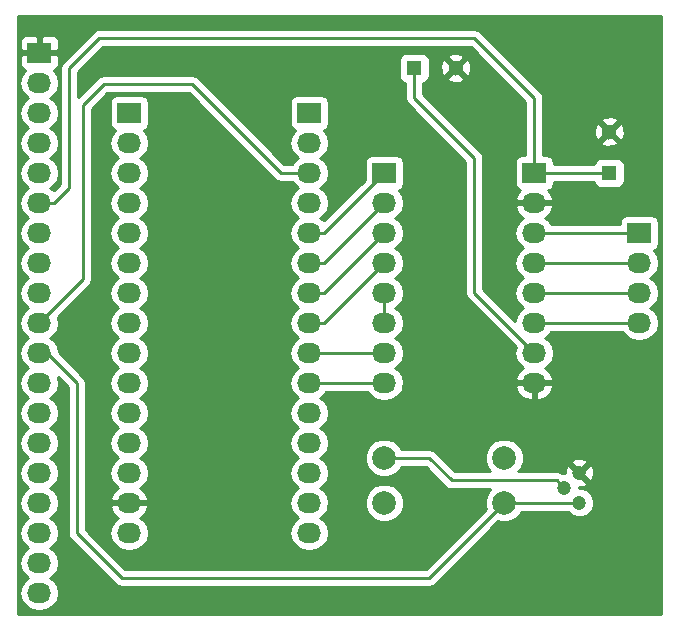
<source format=gtl>
G04 #@! TF.FileFunction,Copper,L1,Top,Signal*
%FSLAX46Y46*%
G04 Gerber Fmt 4.6, Leading zero omitted, Abs format (unit mm)*
G04 Created by KiCad (PCBNEW 4.0.4+e1-6308~48~ubuntu16.04.1-stable) date Tue Oct 25 18:35:52 2016*
%MOMM*%
%LPD*%
G01*
G04 APERTURE LIST*
%ADD10C,0.100000*%
%ADD11R,2.032000X1.727200*%
%ADD12O,2.032000X1.727200*%
%ADD13C,1.300000*%
%ADD14R,1.300000X1.300000*%
%ADD15C,1.200000*%
%ADD16C,1.998980*%
%ADD17C,0.250000*%
%ADD18C,0.254000*%
G04 APERTURE END LIST*
D10*
D11*
X58420000Y-60960000D03*
D12*
X58420000Y-63500000D03*
X58420000Y-66040000D03*
X58420000Y-68580000D03*
X58420000Y-71120000D03*
X58420000Y-73660000D03*
X58420000Y-76200000D03*
X58420000Y-78740000D03*
X58420000Y-81280000D03*
X58420000Y-83820000D03*
X58420000Y-86360000D03*
X58420000Y-88900000D03*
X58420000Y-91440000D03*
X58420000Y-93980000D03*
X58420000Y-96520000D03*
D11*
X73660000Y-60960000D03*
D12*
X73660000Y-63500000D03*
X73660000Y-66040000D03*
X73660000Y-68580000D03*
X73660000Y-71120000D03*
X73660000Y-73660000D03*
X73660000Y-76200000D03*
X73660000Y-78740000D03*
X73660000Y-81280000D03*
X73660000Y-83820000D03*
X73660000Y-86360000D03*
X73660000Y-88900000D03*
X73660000Y-91440000D03*
X73660000Y-93980000D03*
X73660000Y-96520000D03*
D11*
X80010000Y-66040000D03*
D12*
X80010000Y-68580000D03*
X80010000Y-71120000D03*
X80010000Y-73660000D03*
X80010000Y-76200000D03*
X80010000Y-78740000D03*
X80010000Y-81280000D03*
X80010000Y-83820000D03*
D11*
X92710000Y-66040000D03*
D12*
X92710000Y-68580000D03*
X92710000Y-71120000D03*
X92710000Y-73660000D03*
X92710000Y-76200000D03*
X92710000Y-78740000D03*
X92710000Y-81280000D03*
X92710000Y-83820000D03*
D11*
X101600000Y-71120000D03*
D12*
X101600000Y-73660000D03*
X101600000Y-76200000D03*
X101600000Y-78740000D03*
D13*
X86050000Y-57150000D03*
D14*
X82550000Y-57150000D03*
D15*
X96520000Y-91440000D03*
X95250000Y-92710000D03*
X96520000Y-93980000D03*
D16*
X80010000Y-93980000D03*
X90170000Y-93980000D03*
X80010000Y-90170000D03*
X90170000Y-90170000D03*
D13*
X99060000Y-62540000D03*
D14*
X99060000Y-66040000D03*
D11*
X50800000Y-55880000D03*
D12*
X50800000Y-58420000D03*
X50800000Y-60960000D03*
X50800000Y-63500000D03*
X50800000Y-66040000D03*
X50800000Y-68580000D03*
X50800000Y-71120000D03*
X50800000Y-73660000D03*
X50800000Y-76200000D03*
X50800000Y-78740000D03*
X50800000Y-81280000D03*
X50800000Y-83820000D03*
X50800000Y-86360000D03*
X50800000Y-88900000D03*
X50800000Y-91440000D03*
X50800000Y-93980000D03*
X50800000Y-96520000D03*
X50800000Y-99060000D03*
X50800000Y-101600000D03*
D17*
X50800000Y-68580000D02*
X52070000Y-68580000D01*
X92710000Y-59690000D02*
X92710000Y-66040000D01*
X87630000Y-54610000D02*
X92710000Y-59690000D01*
X55880000Y-54610000D02*
X87630000Y-54610000D01*
X53340000Y-57150000D02*
X55880000Y-54610000D01*
X53340000Y-67310000D02*
X53340000Y-57150000D01*
X52070000Y-68580000D02*
X53340000Y-67310000D01*
X92710000Y-66040000D02*
X99060000Y-66040000D01*
X50800000Y-81280000D02*
X51435000Y-81280000D01*
X51435000Y-81280000D02*
X53975000Y-83820000D01*
X53975000Y-83820000D02*
X53975000Y-96520000D01*
X53975000Y-96520000D02*
X57785000Y-100330000D01*
X57785000Y-100330000D02*
X83820000Y-100330000D01*
X83820000Y-100330000D02*
X90170000Y-93980000D01*
X90170000Y-93980000D02*
X96520000Y-93980000D01*
X73660000Y-71120000D02*
X74930000Y-71120000D01*
X74930000Y-71120000D02*
X80010000Y-66040000D01*
X73660000Y-73660000D02*
X74930000Y-73660000D01*
X74930000Y-73660000D02*
X80010000Y-68580000D01*
X73660000Y-78740000D02*
X74930000Y-78740000D01*
X74930000Y-78740000D02*
X80010000Y-73660000D01*
X80010000Y-76200000D02*
X80010000Y-78740000D01*
X92710000Y-71120000D02*
X101600000Y-71120000D01*
X92710000Y-73660000D02*
X101600000Y-73660000D01*
X92710000Y-76200000D02*
X101600000Y-76200000D01*
X92710000Y-78740000D02*
X101600000Y-78740000D01*
X82550000Y-57150000D02*
X82550000Y-59690000D01*
X87630000Y-76200000D02*
X92710000Y-81280000D01*
X87630000Y-64770000D02*
X87630000Y-76200000D01*
X82550000Y-59690000D02*
X87630000Y-64770000D01*
X73660000Y-76200000D02*
X74930000Y-76200000D01*
X74930000Y-76200000D02*
X80010000Y-71120000D01*
X80010000Y-90170000D02*
X83820000Y-90170000D01*
X94615000Y-92075000D02*
X95250000Y-92710000D01*
X85725000Y-92075000D02*
X94615000Y-92075000D01*
X83820000Y-90170000D02*
X85725000Y-92075000D01*
X73660000Y-66040000D02*
X71247000Y-66040000D01*
X54483000Y-75057000D02*
X50800000Y-78740000D01*
X54483000Y-60325000D02*
X54483000Y-75057000D01*
X56261000Y-58547000D02*
X54483000Y-60325000D01*
X63754000Y-58547000D02*
X56261000Y-58547000D01*
X71247000Y-66040000D02*
X63754000Y-58547000D01*
X73660000Y-81280000D02*
X80010000Y-81280000D01*
X73660000Y-83820000D02*
X80010000Y-83820000D01*
D18*
G36*
X103430000Y-103430000D02*
X48970000Y-103430000D01*
X48970000Y-58420000D01*
X49116655Y-58420000D01*
X49230729Y-58993489D01*
X49555585Y-59479670D01*
X49870366Y-59690000D01*
X49555585Y-59900330D01*
X49230729Y-60386511D01*
X49116655Y-60960000D01*
X49230729Y-61533489D01*
X49555585Y-62019670D01*
X49870366Y-62230000D01*
X49555585Y-62440330D01*
X49230729Y-62926511D01*
X49116655Y-63500000D01*
X49230729Y-64073489D01*
X49555585Y-64559670D01*
X49870366Y-64770000D01*
X49555585Y-64980330D01*
X49230729Y-65466511D01*
X49116655Y-66040000D01*
X49230729Y-66613489D01*
X49555585Y-67099670D01*
X49870366Y-67310000D01*
X49555585Y-67520330D01*
X49230729Y-68006511D01*
X49116655Y-68580000D01*
X49230729Y-69153489D01*
X49555585Y-69639670D01*
X49870366Y-69850000D01*
X49555585Y-70060330D01*
X49230729Y-70546511D01*
X49116655Y-71120000D01*
X49230729Y-71693489D01*
X49555585Y-72179670D01*
X49870366Y-72390000D01*
X49555585Y-72600330D01*
X49230729Y-73086511D01*
X49116655Y-73660000D01*
X49230729Y-74233489D01*
X49555585Y-74719670D01*
X49870366Y-74930000D01*
X49555585Y-75140330D01*
X49230729Y-75626511D01*
X49116655Y-76200000D01*
X49230729Y-76773489D01*
X49555585Y-77259670D01*
X49870366Y-77470000D01*
X49555585Y-77680330D01*
X49230729Y-78166511D01*
X49116655Y-78740000D01*
X49230729Y-79313489D01*
X49555585Y-79799670D01*
X49870366Y-80010000D01*
X49555585Y-80220330D01*
X49230729Y-80706511D01*
X49116655Y-81280000D01*
X49230729Y-81853489D01*
X49555585Y-82339670D01*
X49870366Y-82550000D01*
X49555585Y-82760330D01*
X49230729Y-83246511D01*
X49116655Y-83820000D01*
X49230729Y-84393489D01*
X49555585Y-84879670D01*
X49870366Y-85090000D01*
X49555585Y-85300330D01*
X49230729Y-85786511D01*
X49116655Y-86360000D01*
X49230729Y-86933489D01*
X49555585Y-87419670D01*
X49870366Y-87630000D01*
X49555585Y-87840330D01*
X49230729Y-88326511D01*
X49116655Y-88900000D01*
X49230729Y-89473489D01*
X49555585Y-89959670D01*
X49870366Y-90170000D01*
X49555585Y-90380330D01*
X49230729Y-90866511D01*
X49116655Y-91440000D01*
X49230729Y-92013489D01*
X49555585Y-92499670D01*
X49870366Y-92710000D01*
X49555585Y-92920330D01*
X49230729Y-93406511D01*
X49116655Y-93980000D01*
X49230729Y-94553489D01*
X49555585Y-95039670D01*
X49870366Y-95250000D01*
X49555585Y-95460330D01*
X49230729Y-95946511D01*
X49116655Y-96520000D01*
X49230729Y-97093489D01*
X49555585Y-97579670D01*
X49870366Y-97790000D01*
X49555585Y-98000330D01*
X49230729Y-98486511D01*
X49116655Y-99060000D01*
X49230729Y-99633489D01*
X49555585Y-100119670D01*
X49870366Y-100330000D01*
X49555585Y-100540330D01*
X49230729Y-101026511D01*
X49116655Y-101600000D01*
X49230729Y-102173489D01*
X49555585Y-102659670D01*
X50041766Y-102984526D01*
X50615255Y-103098600D01*
X50984745Y-103098600D01*
X51558234Y-102984526D01*
X52044415Y-102659670D01*
X52369271Y-102173489D01*
X52483345Y-101600000D01*
X52369271Y-101026511D01*
X52044415Y-100540330D01*
X51729634Y-100330000D01*
X52044415Y-100119670D01*
X52369271Y-99633489D01*
X52483345Y-99060000D01*
X52369271Y-98486511D01*
X52044415Y-98000330D01*
X51729634Y-97790000D01*
X52044415Y-97579670D01*
X52369271Y-97093489D01*
X52483345Y-96520000D01*
X52369271Y-95946511D01*
X52044415Y-95460330D01*
X51729634Y-95250000D01*
X52044415Y-95039670D01*
X52369271Y-94553489D01*
X52483345Y-93980000D01*
X52369271Y-93406511D01*
X52044415Y-92920330D01*
X51729634Y-92710000D01*
X52044415Y-92499670D01*
X52369271Y-92013489D01*
X52483345Y-91440000D01*
X52369271Y-90866511D01*
X52044415Y-90380330D01*
X51729634Y-90170000D01*
X52044415Y-89959670D01*
X52369271Y-89473489D01*
X52483345Y-88900000D01*
X52369271Y-88326511D01*
X52044415Y-87840330D01*
X51729634Y-87630000D01*
X52044415Y-87419670D01*
X52369271Y-86933489D01*
X52483345Y-86360000D01*
X52369271Y-85786511D01*
X52044415Y-85300330D01*
X51729634Y-85090000D01*
X52044415Y-84879670D01*
X52369271Y-84393489D01*
X52483345Y-83820000D01*
X52379839Y-83299641D01*
X53215000Y-84134802D01*
X53215000Y-96520000D01*
X53272852Y-96810839D01*
X53437599Y-97057401D01*
X57247599Y-100867401D01*
X57494161Y-101032148D01*
X57785000Y-101090000D01*
X83820000Y-101090000D01*
X84110839Y-101032148D01*
X84357401Y-100867401D01*
X89678917Y-95545885D01*
X89843453Y-95614206D01*
X90493694Y-95614774D01*
X91094655Y-95366462D01*
X91554846Y-94907073D01*
X91624221Y-94740000D01*
X95533644Y-94740000D01*
X95819515Y-95026371D01*
X96273266Y-95214785D01*
X96764579Y-95215214D01*
X97218657Y-95027592D01*
X97566371Y-94680485D01*
X97754785Y-94226734D01*
X97755214Y-93735421D01*
X97567592Y-93281343D01*
X97220485Y-92933629D01*
X96766734Y-92745215D01*
X96484970Y-92744969D01*
X96485027Y-92679521D01*
X96841413Y-92657482D01*
X97153617Y-92528164D01*
X97203130Y-92302735D01*
X96520000Y-91619605D01*
X96505858Y-91633748D01*
X96326253Y-91454143D01*
X96340395Y-91440000D01*
X96699605Y-91440000D01*
X97382735Y-92123130D01*
X97608164Y-92073617D01*
X97767807Y-91608964D01*
X97737482Y-91118587D01*
X97608164Y-90806383D01*
X97382735Y-90756870D01*
X96699605Y-91440000D01*
X96340395Y-91440000D01*
X95657265Y-90756870D01*
X95431836Y-90806383D01*
X95272193Y-91271036D01*
X95284808Y-91475030D01*
X95058464Y-91474832D01*
X94905839Y-91372852D01*
X94615000Y-91315000D01*
X91336539Y-91315000D01*
X91554846Y-91097073D01*
X91770688Y-90577265D01*
X95836870Y-90577265D01*
X96520000Y-91260395D01*
X97203130Y-90577265D01*
X97153617Y-90351836D01*
X96688964Y-90192193D01*
X96198587Y-90222518D01*
X95886383Y-90351836D01*
X95836870Y-90577265D01*
X91770688Y-90577265D01*
X91804206Y-90496547D01*
X91804774Y-89846306D01*
X91556462Y-89245345D01*
X91097073Y-88785154D01*
X90496547Y-88535794D01*
X89846306Y-88535226D01*
X89245345Y-88783538D01*
X88785154Y-89242927D01*
X88535794Y-89843453D01*
X88535226Y-90493694D01*
X88783538Y-91094655D01*
X89003499Y-91315000D01*
X86039802Y-91315000D01*
X84357401Y-89632599D01*
X84110839Y-89467852D01*
X83820000Y-89410000D01*
X81464496Y-89410000D01*
X81396462Y-89245345D01*
X80937073Y-88785154D01*
X80336547Y-88535794D01*
X79686306Y-88535226D01*
X79085345Y-88783538D01*
X78625154Y-89242927D01*
X78375794Y-89843453D01*
X78375226Y-90493694D01*
X78623538Y-91094655D01*
X79082927Y-91554846D01*
X79683453Y-91804206D01*
X80333694Y-91804774D01*
X80934655Y-91556462D01*
X81394846Y-91097073D01*
X81464221Y-90930000D01*
X83505198Y-90930000D01*
X85187599Y-92612401D01*
X85434161Y-92777148D01*
X85725000Y-92835000D01*
X89003461Y-92835000D01*
X88785154Y-93052927D01*
X88535794Y-93653453D01*
X88535226Y-94303694D01*
X88604309Y-94470889D01*
X83505198Y-99570000D01*
X58099802Y-99570000D01*
X55049802Y-96520000D01*
X56736655Y-96520000D01*
X56850729Y-97093489D01*
X57175585Y-97579670D01*
X57661766Y-97904526D01*
X58235255Y-98018600D01*
X58604745Y-98018600D01*
X59178234Y-97904526D01*
X59664415Y-97579670D01*
X59989271Y-97093489D01*
X60103345Y-96520000D01*
X59989271Y-95946511D01*
X59664415Y-95460330D01*
X59354931Y-95253539D01*
X59770732Y-94882036D01*
X60024709Y-94354791D01*
X60027358Y-94339026D01*
X59906217Y-94107000D01*
X58547000Y-94107000D01*
X58547000Y-94127000D01*
X58293000Y-94127000D01*
X58293000Y-94107000D01*
X56933783Y-94107000D01*
X56812642Y-94339026D01*
X56815291Y-94354791D01*
X57069268Y-94882036D01*
X57485069Y-95253539D01*
X57175585Y-95460330D01*
X56850729Y-95946511D01*
X56736655Y-96520000D01*
X55049802Y-96520000D01*
X54735000Y-96205198D01*
X54735000Y-83820000D01*
X54677148Y-83529161D01*
X54677148Y-83529160D01*
X54512401Y-83282599D01*
X52476776Y-81246974D01*
X52369271Y-80706511D01*
X52044415Y-80220330D01*
X51729634Y-80010000D01*
X52044415Y-79799670D01*
X52369271Y-79313489D01*
X52483345Y-78740000D01*
X52382381Y-78232421D01*
X55020401Y-75594401D01*
X55185148Y-75347839D01*
X55243000Y-75057000D01*
X55243000Y-63500000D01*
X56736655Y-63500000D01*
X56850729Y-64073489D01*
X57175585Y-64559670D01*
X57490366Y-64770000D01*
X57175585Y-64980330D01*
X56850729Y-65466511D01*
X56736655Y-66040000D01*
X56850729Y-66613489D01*
X57175585Y-67099670D01*
X57490366Y-67310000D01*
X57175585Y-67520330D01*
X56850729Y-68006511D01*
X56736655Y-68580000D01*
X56850729Y-69153489D01*
X57175585Y-69639670D01*
X57490366Y-69850000D01*
X57175585Y-70060330D01*
X56850729Y-70546511D01*
X56736655Y-71120000D01*
X56850729Y-71693489D01*
X57175585Y-72179670D01*
X57490366Y-72390000D01*
X57175585Y-72600330D01*
X56850729Y-73086511D01*
X56736655Y-73660000D01*
X56850729Y-74233489D01*
X57175585Y-74719670D01*
X57490366Y-74930000D01*
X57175585Y-75140330D01*
X56850729Y-75626511D01*
X56736655Y-76200000D01*
X56850729Y-76773489D01*
X57175585Y-77259670D01*
X57490366Y-77470000D01*
X57175585Y-77680330D01*
X56850729Y-78166511D01*
X56736655Y-78740000D01*
X56850729Y-79313489D01*
X57175585Y-79799670D01*
X57490366Y-80010000D01*
X57175585Y-80220330D01*
X56850729Y-80706511D01*
X56736655Y-81280000D01*
X56850729Y-81853489D01*
X57175585Y-82339670D01*
X57490366Y-82550000D01*
X57175585Y-82760330D01*
X56850729Y-83246511D01*
X56736655Y-83820000D01*
X56850729Y-84393489D01*
X57175585Y-84879670D01*
X57490366Y-85090000D01*
X57175585Y-85300330D01*
X56850729Y-85786511D01*
X56736655Y-86360000D01*
X56850729Y-86933489D01*
X57175585Y-87419670D01*
X57490366Y-87630000D01*
X57175585Y-87840330D01*
X56850729Y-88326511D01*
X56736655Y-88900000D01*
X56850729Y-89473489D01*
X57175585Y-89959670D01*
X57490366Y-90170000D01*
X57175585Y-90380330D01*
X56850729Y-90866511D01*
X56736655Y-91440000D01*
X56850729Y-92013489D01*
X57175585Y-92499670D01*
X57485069Y-92706461D01*
X57069268Y-93077964D01*
X56815291Y-93605209D01*
X56812642Y-93620974D01*
X56933783Y-93853000D01*
X58293000Y-93853000D01*
X58293000Y-93833000D01*
X58547000Y-93833000D01*
X58547000Y-93853000D01*
X59906217Y-93853000D01*
X60027358Y-93620974D01*
X60024709Y-93605209D01*
X59770732Y-93077964D01*
X59354931Y-92706461D01*
X59664415Y-92499670D01*
X59989271Y-92013489D01*
X60103345Y-91440000D01*
X59989271Y-90866511D01*
X59664415Y-90380330D01*
X59349634Y-90170000D01*
X59664415Y-89959670D01*
X59989271Y-89473489D01*
X60103345Y-88900000D01*
X59989271Y-88326511D01*
X59664415Y-87840330D01*
X59349634Y-87630000D01*
X59664415Y-87419670D01*
X59989271Y-86933489D01*
X60103345Y-86360000D01*
X59989271Y-85786511D01*
X59664415Y-85300330D01*
X59349634Y-85090000D01*
X59664415Y-84879670D01*
X59989271Y-84393489D01*
X60103345Y-83820000D01*
X59989271Y-83246511D01*
X59664415Y-82760330D01*
X59349634Y-82550000D01*
X59664415Y-82339670D01*
X59989271Y-81853489D01*
X60103345Y-81280000D01*
X59989271Y-80706511D01*
X59664415Y-80220330D01*
X59349634Y-80010000D01*
X59664415Y-79799670D01*
X59989271Y-79313489D01*
X60103345Y-78740000D01*
X59989271Y-78166511D01*
X59664415Y-77680330D01*
X59349634Y-77470000D01*
X59664415Y-77259670D01*
X59989271Y-76773489D01*
X60103345Y-76200000D01*
X59989271Y-75626511D01*
X59664415Y-75140330D01*
X59349634Y-74930000D01*
X59664415Y-74719670D01*
X59989271Y-74233489D01*
X60103345Y-73660000D01*
X59989271Y-73086511D01*
X59664415Y-72600330D01*
X59349634Y-72390000D01*
X59664415Y-72179670D01*
X59989271Y-71693489D01*
X60103345Y-71120000D01*
X59989271Y-70546511D01*
X59664415Y-70060330D01*
X59349634Y-69850000D01*
X59664415Y-69639670D01*
X59989271Y-69153489D01*
X60103345Y-68580000D01*
X59989271Y-68006511D01*
X59664415Y-67520330D01*
X59349634Y-67310000D01*
X59664415Y-67099670D01*
X59989271Y-66613489D01*
X60103345Y-66040000D01*
X59989271Y-65466511D01*
X59664415Y-64980330D01*
X59349634Y-64770000D01*
X59664415Y-64559670D01*
X59989271Y-64073489D01*
X60103345Y-63500000D01*
X59989271Y-62926511D01*
X59664415Y-62440330D01*
X59650087Y-62430757D01*
X59671317Y-62426762D01*
X59887441Y-62287690D01*
X60032431Y-62075490D01*
X60083440Y-61823600D01*
X60083440Y-60096400D01*
X60039162Y-59861083D01*
X59900090Y-59644959D01*
X59687890Y-59499969D01*
X59436000Y-59448960D01*
X57404000Y-59448960D01*
X57168683Y-59493238D01*
X56952559Y-59632310D01*
X56807569Y-59844510D01*
X56756560Y-60096400D01*
X56756560Y-61823600D01*
X56800838Y-62058917D01*
X56939910Y-62275041D01*
X57152110Y-62420031D01*
X57193439Y-62428400D01*
X57175585Y-62440330D01*
X56850729Y-62926511D01*
X56736655Y-63500000D01*
X55243000Y-63500000D01*
X55243000Y-60639802D01*
X56575802Y-59307000D01*
X63439198Y-59307000D01*
X70709599Y-66577401D01*
X70956160Y-66742148D01*
X71247000Y-66800000D01*
X72215352Y-66800000D01*
X72415585Y-67099670D01*
X72730366Y-67310000D01*
X72415585Y-67520330D01*
X72090729Y-68006511D01*
X71976655Y-68580000D01*
X72090729Y-69153489D01*
X72415585Y-69639670D01*
X72730366Y-69850000D01*
X72415585Y-70060330D01*
X72090729Y-70546511D01*
X71976655Y-71120000D01*
X72090729Y-71693489D01*
X72415585Y-72179670D01*
X72730366Y-72390000D01*
X72415585Y-72600330D01*
X72090729Y-73086511D01*
X71976655Y-73660000D01*
X72090729Y-74233489D01*
X72415585Y-74719670D01*
X72730366Y-74930000D01*
X72415585Y-75140330D01*
X72090729Y-75626511D01*
X71976655Y-76200000D01*
X72090729Y-76773489D01*
X72415585Y-77259670D01*
X72730366Y-77470000D01*
X72415585Y-77680330D01*
X72090729Y-78166511D01*
X71976655Y-78740000D01*
X72090729Y-79313489D01*
X72415585Y-79799670D01*
X72730366Y-80010000D01*
X72415585Y-80220330D01*
X72090729Y-80706511D01*
X71976655Y-81280000D01*
X72090729Y-81853489D01*
X72415585Y-82339670D01*
X72730366Y-82550000D01*
X72415585Y-82760330D01*
X72090729Y-83246511D01*
X71976655Y-83820000D01*
X72090729Y-84393489D01*
X72415585Y-84879670D01*
X72730366Y-85090000D01*
X72415585Y-85300330D01*
X72090729Y-85786511D01*
X71976655Y-86360000D01*
X72090729Y-86933489D01*
X72415585Y-87419670D01*
X72730366Y-87630000D01*
X72415585Y-87840330D01*
X72090729Y-88326511D01*
X71976655Y-88900000D01*
X72090729Y-89473489D01*
X72415585Y-89959670D01*
X72730366Y-90170000D01*
X72415585Y-90380330D01*
X72090729Y-90866511D01*
X71976655Y-91440000D01*
X72090729Y-92013489D01*
X72415585Y-92499670D01*
X72730366Y-92710000D01*
X72415585Y-92920330D01*
X72090729Y-93406511D01*
X71976655Y-93980000D01*
X72090729Y-94553489D01*
X72415585Y-95039670D01*
X72730366Y-95250000D01*
X72415585Y-95460330D01*
X72090729Y-95946511D01*
X71976655Y-96520000D01*
X72090729Y-97093489D01*
X72415585Y-97579670D01*
X72901766Y-97904526D01*
X73475255Y-98018600D01*
X73844745Y-98018600D01*
X74418234Y-97904526D01*
X74904415Y-97579670D01*
X75229271Y-97093489D01*
X75343345Y-96520000D01*
X75229271Y-95946511D01*
X74904415Y-95460330D01*
X74589634Y-95250000D01*
X74904415Y-95039670D01*
X75229271Y-94553489D01*
X75278958Y-94303694D01*
X78375226Y-94303694D01*
X78623538Y-94904655D01*
X79082927Y-95364846D01*
X79683453Y-95614206D01*
X80333694Y-95614774D01*
X80934655Y-95366462D01*
X81394846Y-94907073D01*
X81644206Y-94306547D01*
X81644774Y-93656306D01*
X81396462Y-93055345D01*
X80937073Y-92595154D01*
X80336547Y-92345794D01*
X79686306Y-92345226D01*
X79085345Y-92593538D01*
X78625154Y-93052927D01*
X78375794Y-93653453D01*
X78375226Y-94303694D01*
X75278958Y-94303694D01*
X75343345Y-93980000D01*
X75229271Y-93406511D01*
X74904415Y-92920330D01*
X74589634Y-92710000D01*
X74904415Y-92499670D01*
X75229271Y-92013489D01*
X75343345Y-91440000D01*
X75229271Y-90866511D01*
X74904415Y-90380330D01*
X74589634Y-90170000D01*
X74904415Y-89959670D01*
X75229271Y-89473489D01*
X75343345Y-88900000D01*
X75229271Y-88326511D01*
X74904415Y-87840330D01*
X74589634Y-87630000D01*
X74904415Y-87419670D01*
X75229271Y-86933489D01*
X75343345Y-86360000D01*
X75229271Y-85786511D01*
X74904415Y-85300330D01*
X74589634Y-85090000D01*
X74904415Y-84879670D01*
X75104648Y-84580000D01*
X78565352Y-84580000D01*
X78765585Y-84879670D01*
X79251766Y-85204526D01*
X79825255Y-85318600D01*
X80194745Y-85318600D01*
X80768234Y-85204526D01*
X81254415Y-84879670D01*
X81579271Y-84393489D01*
X81621930Y-84179026D01*
X91102642Y-84179026D01*
X91105291Y-84194791D01*
X91359268Y-84722036D01*
X91795680Y-85111954D01*
X92348087Y-85305184D01*
X92583000Y-85160924D01*
X92583000Y-83947000D01*
X92837000Y-83947000D01*
X92837000Y-85160924D01*
X93071913Y-85305184D01*
X93624320Y-85111954D01*
X94060732Y-84722036D01*
X94314709Y-84194791D01*
X94317358Y-84179026D01*
X94196217Y-83947000D01*
X92837000Y-83947000D01*
X92583000Y-83947000D01*
X91223783Y-83947000D01*
X91102642Y-84179026D01*
X81621930Y-84179026D01*
X81693345Y-83820000D01*
X81579271Y-83246511D01*
X81254415Y-82760330D01*
X80939634Y-82550000D01*
X81254415Y-82339670D01*
X81579271Y-81853489D01*
X81693345Y-81280000D01*
X81579271Y-80706511D01*
X81254415Y-80220330D01*
X80939634Y-80010000D01*
X81254415Y-79799670D01*
X81579271Y-79313489D01*
X81693345Y-78740000D01*
X81579271Y-78166511D01*
X81254415Y-77680330D01*
X80939634Y-77470000D01*
X81254415Y-77259670D01*
X81579271Y-76773489D01*
X81693345Y-76200000D01*
X81579271Y-75626511D01*
X81254415Y-75140330D01*
X80939634Y-74930000D01*
X81254415Y-74719670D01*
X81579271Y-74233489D01*
X81693345Y-73660000D01*
X81579271Y-73086511D01*
X81254415Y-72600330D01*
X80939634Y-72390000D01*
X81254415Y-72179670D01*
X81579271Y-71693489D01*
X81693345Y-71120000D01*
X81579271Y-70546511D01*
X81254415Y-70060330D01*
X80939634Y-69850000D01*
X81254415Y-69639670D01*
X81579271Y-69153489D01*
X81693345Y-68580000D01*
X81579271Y-68006511D01*
X81254415Y-67520330D01*
X81240087Y-67510757D01*
X81261317Y-67506762D01*
X81477441Y-67367690D01*
X81622431Y-67155490D01*
X81673440Y-66903600D01*
X81673440Y-65176400D01*
X81629162Y-64941083D01*
X81490090Y-64724959D01*
X81277890Y-64579969D01*
X81026000Y-64528960D01*
X78994000Y-64528960D01*
X78758683Y-64573238D01*
X78542559Y-64712310D01*
X78397569Y-64924510D01*
X78346560Y-65176400D01*
X78346560Y-66628638D01*
X74908602Y-70066596D01*
X74904415Y-70060330D01*
X74589634Y-69850000D01*
X74904415Y-69639670D01*
X75229271Y-69153489D01*
X75343345Y-68580000D01*
X75229271Y-68006511D01*
X74904415Y-67520330D01*
X74589634Y-67310000D01*
X74904415Y-67099670D01*
X75229271Y-66613489D01*
X75343345Y-66040000D01*
X75229271Y-65466511D01*
X74904415Y-64980330D01*
X74589634Y-64770000D01*
X74904415Y-64559670D01*
X75229271Y-64073489D01*
X75343345Y-63500000D01*
X75229271Y-62926511D01*
X74904415Y-62440330D01*
X74890087Y-62430757D01*
X74911317Y-62426762D01*
X75127441Y-62287690D01*
X75272431Y-62075490D01*
X75323440Y-61823600D01*
X75323440Y-60096400D01*
X75279162Y-59861083D01*
X75140090Y-59644959D01*
X74927890Y-59499969D01*
X74676000Y-59448960D01*
X72644000Y-59448960D01*
X72408683Y-59493238D01*
X72192559Y-59632310D01*
X72047569Y-59844510D01*
X71996560Y-60096400D01*
X71996560Y-61823600D01*
X72040838Y-62058917D01*
X72179910Y-62275041D01*
X72392110Y-62420031D01*
X72433439Y-62428400D01*
X72415585Y-62440330D01*
X72090729Y-62926511D01*
X71976655Y-63500000D01*
X72090729Y-64073489D01*
X72415585Y-64559670D01*
X72730366Y-64770000D01*
X72415585Y-64980330D01*
X72215352Y-65280000D01*
X71561802Y-65280000D01*
X64291401Y-58009599D01*
X64044839Y-57844852D01*
X63754000Y-57787000D01*
X56261000Y-57787000D01*
X55970161Y-57844852D01*
X55723599Y-58009599D01*
X54100000Y-59633198D01*
X54100000Y-57464802D01*
X55064802Y-56500000D01*
X81252560Y-56500000D01*
X81252560Y-57800000D01*
X81296838Y-58035317D01*
X81435910Y-58251441D01*
X81648110Y-58396431D01*
X81790000Y-58425164D01*
X81790000Y-59690000D01*
X81847852Y-59980839D01*
X82012599Y-60227401D01*
X86870000Y-65084802D01*
X86870000Y-76200000D01*
X86927852Y-76490839D01*
X87092599Y-76737401D01*
X91127619Y-80772421D01*
X91026655Y-81280000D01*
X91140729Y-81853489D01*
X91465585Y-82339670D01*
X91775069Y-82546461D01*
X91359268Y-82917964D01*
X91105291Y-83445209D01*
X91102642Y-83460974D01*
X91223783Y-83693000D01*
X92583000Y-83693000D01*
X92583000Y-83673000D01*
X92837000Y-83673000D01*
X92837000Y-83693000D01*
X94196217Y-83693000D01*
X94317358Y-83460974D01*
X94314709Y-83445209D01*
X94060732Y-82917964D01*
X93644931Y-82546461D01*
X93954415Y-82339670D01*
X94279271Y-81853489D01*
X94393345Y-81280000D01*
X94279271Y-80706511D01*
X93954415Y-80220330D01*
X93639634Y-80010000D01*
X93954415Y-79799670D01*
X94154648Y-79500000D01*
X100155352Y-79500000D01*
X100355585Y-79799670D01*
X100841766Y-80124526D01*
X101415255Y-80238600D01*
X101784745Y-80238600D01*
X102358234Y-80124526D01*
X102844415Y-79799670D01*
X103169271Y-79313489D01*
X103283345Y-78740000D01*
X103169271Y-78166511D01*
X102844415Y-77680330D01*
X102529634Y-77470000D01*
X102844415Y-77259670D01*
X103169271Y-76773489D01*
X103283345Y-76200000D01*
X103169271Y-75626511D01*
X102844415Y-75140330D01*
X102529634Y-74930000D01*
X102844415Y-74719670D01*
X103169271Y-74233489D01*
X103283345Y-73660000D01*
X103169271Y-73086511D01*
X102844415Y-72600330D01*
X102830087Y-72590757D01*
X102851317Y-72586762D01*
X103067441Y-72447690D01*
X103212431Y-72235490D01*
X103263440Y-71983600D01*
X103263440Y-70256400D01*
X103219162Y-70021083D01*
X103080090Y-69804959D01*
X102867890Y-69659969D01*
X102616000Y-69608960D01*
X100584000Y-69608960D01*
X100348683Y-69653238D01*
X100132559Y-69792310D01*
X99987569Y-70004510D01*
X99936560Y-70256400D01*
X99936560Y-70360000D01*
X94154648Y-70360000D01*
X93954415Y-70060330D01*
X93644931Y-69853539D01*
X94060732Y-69482036D01*
X94314709Y-68954791D01*
X94317358Y-68939026D01*
X94196217Y-68707000D01*
X92837000Y-68707000D01*
X92837000Y-68727000D01*
X92583000Y-68727000D01*
X92583000Y-68707000D01*
X91223783Y-68707000D01*
X91102642Y-68939026D01*
X91105291Y-68954791D01*
X91359268Y-69482036D01*
X91775069Y-69853539D01*
X91465585Y-70060330D01*
X91140729Y-70546511D01*
X91026655Y-71120000D01*
X91140729Y-71693489D01*
X91465585Y-72179670D01*
X91780366Y-72390000D01*
X91465585Y-72600330D01*
X91140729Y-73086511D01*
X91026655Y-73660000D01*
X91140729Y-74233489D01*
X91465585Y-74719670D01*
X91780366Y-74930000D01*
X91465585Y-75140330D01*
X91140729Y-75626511D01*
X91026655Y-76200000D01*
X91140729Y-76773489D01*
X91465585Y-77259670D01*
X91780366Y-77470000D01*
X91465585Y-77680330D01*
X91140729Y-78166511D01*
X91062848Y-78558046D01*
X88390000Y-75885198D01*
X88390000Y-64770000D01*
X88332148Y-64479161D01*
X88167401Y-64232599D01*
X83310000Y-59375198D01*
X83310000Y-58426742D01*
X83435317Y-58403162D01*
X83651441Y-58264090D01*
X83796431Y-58051890D01*
X83797012Y-58049016D01*
X85330590Y-58049016D01*
X85386271Y-58279611D01*
X85869078Y-58447622D01*
X86379428Y-58418083D01*
X86713729Y-58279611D01*
X86769410Y-58049016D01*
X86050000Y-57329605D01*
X85330590Y-58049016D01*
X83797012Y-58049016D01*
X83847440Y-57800000D01*
X83847440Y-56969078D01*
X84752378Y-56969078D01*
X84781917Y-57479428D01*
X84920389Y-57813729D01*
X85150984Y-57869410D01*
X85870395Y-57150000D01*
X86229605Y-57150000D01*
X86949016Y-57869410D01*
X87179611Y-57813729D01*
X87347622Y-57330922D01*
X87318083Y-56820572D01*
X87179611Y-56486271D01*
X86949016Y-56430590D01*
X86229605Y-57150000D01*
X85870395Y-57150000D01*
X85150984Y-56430590D01*
X84920389Y-56486271D01*
X84752378Y-56969078D01*
X83847440Y-56969078D01*
X83847440Y-56500000D01*
X83803162Y-56264683D01*
X83794347Y-56250984D01*
X85330590Y-56250984D01*
X86050000Y-56970395D01*
X86769410Y-56250984D01*
X86713729Y-56020389D01*
X86230922Y-55852378D01*
X85720572Y-55881917D01*
X85386271Y-56020389D01*
X85330590Y-56250984D01*
X83794347Y-56250984D01*
X83664090Y-56048559D01*
X83451890Y-55903569D01*
X83200000Y-55852560D01*
X81900000Y-55852560D01*
X81664683Y-55896838D01*
X81448559Y-56035910D01*
X81303569Y-56248110D01*
X81252560Y-56500000D01*
X55064802Y-56500000D01*
X56194802Y-55370000D01*
X87315198Y-55370000D01*
X91950000Y-60004802D01*
X91950000Y-64528960D01*
X91694000Y-64528960D01*
X91458683Y-64573238D01*
X91242559Y-64712310D01*
X91097569Y-64924510D01*
X91046560Y-65176400D01*
X91046560Y-66903600D01*
X91090838Y-67138917D01*
X91229910Y-67355041D01*
X91442110Y-67500031D01*
X91536927Y-67519232D01*
X91359268Y-67677964D01*
X91105291Y-68205209D01*
X91102642Y-68220974D01*
X91223783Y-68453000D01*
X92583000Y-68453000D01*
X92583000Y-68433000D01*
X92837000Y-68433000D01*
X92837000Y-68453000D01*
X94196217Y-68453000D01*
X94317358Y-68220974D01*
X94314709Y-68205209D01*
X94060732Y-67677964D01*
X93885155Y-67521093D01*
X93961317Y-67506762D01*
X94177441Y-67367690D01*
X94322431Y-67155490D01*
X94373440Y-66903600D01*
X94373440Y-66800000D01*
X97783258Y-66800000D01*
X97806838Y-66925317D01*
X97945910Y-67141441D01*
X98158110Y-67286431D01*
X98410000Y-67337440D01*
X99710000Y-67337440D01*
X99945317Y-67293162D01*
X100161441Y-67154090D01*
X100306431Y-66941890D01*
X100357440Y-66690000D01*
X100357440Y-65390000D01*
X100313162Y-65154683D01*
X100174090Y-64938559D01*
X99961890Y-64793569D01*
X99710000Y-64742560D01*
X98410000Y-64742560D01*
X98174683Y-64786838D01*
X97958559Y-64925910D01*
X97813569Y-65138110D01*
X97784836Y-65280000D01*
X94373440Y-65280000D01*
X94373440Y-65176400D01*
X94329162Y-64941083D01*
X94190090Y-64724959D01*
X93977890Y-64579969D01*
X93726000Y-64528960D01*
X93470000Y-64528960D01*
X93470000Y-63439016D01*
X98340590Y-63439016D01*
X98396271Y-63669611D01*
X98879078Y-63837622D01*
X99389428Y-63808083D01*
X99723729Y-63669611D01*
X99779410Y-63439016D01*
X99060000Y-62719605D01*
X98340590Y-63439016D01*
X93470000Y-63439016D01*
X93470000Y-62359078D01*
X97762378Y-62359078D01*
X97791917Y-62869428D01*
X97930389Y-63203729D01*
X98160984Y-63259410D01*
X98880395Y-62540000D01*
X99239605Y-62540000D01*
X99959016Y-63259410D01*
X100189611Y-63203729D01*
X100357622Y-62720922D01*
X100328083Y-62210572D01*
X100189611Y-61876271D01*
X99959016Y-61820590D01*
X99239605Y-62540000D01*
X98880395Y-62540000D01*
X98160984Y-61820590D01*
X97930389Y-61876271D01*
X97762378Y-62359078D01*
X93470000Y-62359078D01*
X93470000Y-61640984D01*
X98340590Y-61640984D01*
X99060000Y-62360395D01*
X99779410Y-61640984D01*
X99723729Y-61410389D01*
X99240922Y-61242378D01*
X98730572Y-61271917D01*
X98396271Y-61410389D01*
X98340590Y-61640984D01*
X93470000Y-61640984D01*
X93470000Y-59690000D01*
X93412148Y-59399161D01*
X93247401Y-59152599D01*
X88167401Y-54072599D01*
X87920839Y-53907852D01*
X87630000Y-53850000D01*
X55880000Y-53850000D01*
X55637414Y-53898254D01*
X55589160Y-53907852D01*
X55342599Y-54072599D01*
X52802599Y-56612599D01*
X52637852Y-56859161D01*
X52580000Y-57150000D01*
X52580000Y-66995198D01*
X52048602Y-67526596D01*
X52044415Y-67520330D01*
X51729634Y-67310000D01*
X52044415Y-67099670D01*
X52369271Y-66613489D01*
X52483345Y-66040000D01*
X52369271Y-65466511D01*
X52044415Y-64980330D01*
X51729634Y-64770000D01*
X52044415Y-64559670D01*
X52369271Y-64073489D01*
X52483345Y-63500000D01*
X52369271Y-62926511D01*
X52044415Y-62440330D01*
X51729634Y-62230000D01*
X52044415Y-62019670D01*
X52369271Y-61533489D01*
X52483345Y-60960000D01*
X52369271Y-60386511D01*
X52044415Y-59900330D01*
X51729634Y-59690000D01*
X52044415Y-59479670D01*
X52369271Y-58993489D01*
X52483345Y-58420000D01*
X52369271Y-57846511D01*
X52044415Y-57360330D01*
X52022220Y-57345500D01*
X52175699Y-57281927D01*
X52354327Y-57103298D01*
X52451000Y-56869909D01*
X52451000Y-56165750D01*
X52292250Y-56007000D01*
X50927000Y-56007000D01*
X50927000Y-56027000D01*
X50673000Y-56027000D01*
X50673000Y-56007000D01*
X49307750Y-56007000D01*
X49149000Y-56165750D01*
X49149000Y-56869909D01*
X49245673Y-57103298D01*
X49424301Y-57281927D01*
X49577780Y-57345500D01*
X49555585Y-57360330D01*
X49230729Y-57846511D01*
X49116655Y-58420000D01*
X48970000Y-58420000D01*
X48970000Y-54890091D01*
X49149000Y-54890091D01*
X49149000Y-55594250D01*
X49307750Y-55753000D01*
X50673000Y-55753000D01*
X50673000Y-54540150D01*
X50927000Y-54540150D01*
X50927000Y-55753000D01*
X52292250Y-55753000D01*
X52451000Y-55594250D01*
X52451000Y-54890091D01*
X52354327Y-54656702D01*
X52175699Y-54478073D01*
X51942310Y-54381400D01*
X51085750Y-54381400D01*
X50927000Y-54540150D01*
X50673000Y-54540150D01*
X50514250Y-54381400D01*
X49657690Y-54381400D01*
X49424301Y-54478073D01*
X49245673Y-54656702D01*
X49149000Y-54890091D01*
X48970000Y-54890091D01*
X48970000Y-52780000D01*
X103430000Y-52780000D01*
X103430000Y-103430000D01*
X103430000Y-103430000D01*
G37*
X103430000Y-103430000D02*
X48970000Y-103430000D01*
X48970000Y-58420000D01*
X49116655Y-58420000D01*
X49230729Y-58993489D01*
X49555585Y-59479670D01*
X49870366Y-59690000D01*
X49555585Y-59900330D01*
X49230729Y-60386511D01*
X49116655Y-60960000D01*
X49230729Y-61533489D01*
X49555585Y-62019670D01*
X49870366Y-62230000D01*
X49555585Y-62440330D01*
X49230729Y-62926511D01*
X49116655Y-63500000D01*
X49230729Y-64073489D01*
X49555585Y-64559670D01*
X49870366Y-64770000D01*
X49555585Y-64980330D01*
X49230729Y-65466511D01*
X49116655Y-66040000D01*
X49230729Y-66613489D01*
X49555585Y-67099670D01*
X49870366Y-67310000D01*
X49555585Y-67520330D01*
X49230729Y-68006511D01*
X49116655Y-68580000D01*
X49230729Y-69153489D01*
X49555585Y-69639670D01*
X49870366Y-69850000D01*
X49555585Y-70060330D01*
X49230729Y-70546511D01*
X49116655Y-71120000D01*
X49230729Y-71693489D01*
X49555585Y-72179670D01*
X49870366Y-72390000D01*
X49555585Y-72600330D01*
X49230729Y-73086511D01*
X49116655Y-73660000D01*
X49230729Y-74233489D01*
X49555585Y-74719670D01*
X49870366Y-74930000D01*
X49555585Y-75140330D01*
X49230729Y-75626511D01*
X49116655Y-76200000D01*
X49230729Y-76773489D01*
X49555585Y-77259670D01*
X49870366Y-77470000D01*
X49555585Y-77680330D01*
X49230729Y-78166511D01*
X49116655Y-78740000D01*
X49230729Y-79313489D01*
X49555585Y-79799670D01*
X49870366Y-80010000D01*
X49555585Y-80220330D01*
X49230729Y-80706511D01*
X49116655Y-81280000D01*
X49230729Y-81853489D01*
X49555585Y-82339670D01*
X49870366Y-82550000D01*
X49555585Y-82760330D01*
X49230729Y-83246511D01*
X49116655Y-83820000D01*
X49230729Y-84393489D01*
X49555585Y-84879670D01*
X49870366Y-85090000D01*
X49555585Y-85300330D01*
X49230729Y-85786511D01*
X49116655Y-86360000D01*
X49230729Y-86933489D01*
X49555585Y-87419670D01*
X49870366Y-87630000D01*
X49555585Y-87840330D01*
X49230729Y-88326511D01*
X49116655Y-88900000D01*
X49230729Y-89473489D01*
X49555585Y-89959670D01*
X49870366Y-90170000D01*
X49555585Y-90380330D01*
X49230729Y-90866511D01*
X49116655Y-91440000D01*
X49230729Y-92013489D01*
X49555585Y-92499670D01*
X49870366Y-92710000D01*
X49555585Y-92920330D01*
X49230729Y-93406511D01*
X49116655Y-93980000D01*
X49230729Y-94553489D01*
X49555585Y-95039670D01*
X49870366Y-95250000D01*
X49555585Y-95460330D01*
X49230729Y-95946511D01*
X49116655Y-96520000D01*
X49230729Y-97093489D01*
X49555585Y-97579670D01*
X49870366Y-97790000D01*
X49555585Y-98000330D01*
X49230729Y-98486511D01*
X49116655Y-99060000D01*
X49230729Y-99633489D01*
X49555585Y-100119670D01*
X49870366Y-100330000D01*
X49555585Y-100540330D01*
X49230729Y-101026511D01*
X49116655Y-101600000D01*
X49230729Y-102173489D01*
X49555585Y-102659670D01*
X50041766Y-102984526D01*
X50615255Y-103098600D01*
X50984745Y-103098600D01*
X51558234Y-102984526D01*
X52044415Y-102659670D01*
X52369271Y-102173489D01*
X52483345Y-101600000D01*
X52369271Y-101026511D01*
X52044415Y-100540330D01*
X51729634Y-100330000D01*
X52044415Y-100119670D01*
X52369271Y-99633489D01*
X52483345Y-99060000D01*
X52369271Y-98486511D01*
X52044415Y-98000330D01*
X51729634Y-97790000D01*
X52044415Y-97579670D01*
X52369271Y-97093489D01*
X52483345Y-96520000D01*
X52369271Y-95946511D01*
X52044415Y-95460330D01*
X51729634Y-95250000D01*
X52044415Y-95039670D01*
X52369271Y-94553489D01*
X52483345Y-93980000D01*
X52369271Y-93406511D01*
X52044415Y-92920330D01*
X51729634Y-92710000D01*
X52044415Y-92499670D01*
X52369271Y-92013489D01*
X52483345Y-91440000D01*
X52369271Y-90866511D01*
X52044415Y-90380330D01*
X51729634Y-90170000D01*
X52044415Y-89959670D01*
X52369271Y-89473489D01*
X52483345Y-88900000D01*
X52369271Y-88326511D01*
X52044415Y-87840330D01*
X51729634Y-87630000D01*
X52044415Y-87419670D01*
X52369271Y-86933489D01*
X52483345Y-86360000D01*
X52369271Y-85786511D01*
X52044415Y-85300330D01*
X51729634Y-85090000D01*
X52044415Y-84879670D01*
X52369271Y-84393489D01*
X52483345Y-83820000D01*
X52379839Y-83299641D01*
X53215000Y-84134802D01*
X53215000Y-96520000D01*
X53272852Y-96810839D01*
X53437599Y-97057401D01*
X57247599Y-100867401D01*
X57494161Y-101032148D01*
X57785000Y-101090000D01*
X83820000Y-101090000D01*
X84110839Y-101032148D01*
X84357401Y-100867401D01*
X89678917Y-95545885D01*
X89843453Y-95614206D01*
X90493694Y-95614774D01*
X91094655Y-95366462D01*
X91554846Y-94907073D01*
X91624221Y-94740000D01*
X95533644Y-94740000D01*
X95819515Y-95026371D01*
X96273266Y-95214785D01*
X96764579Y-95215214D01*
X97218657Y-95027592D01*
X97566371Y-94680485D01*
X97754785Y-94226734D01*
X97755214Y-93735421D01*
X97567592Y-93281343D01*
X97220485Y-92933629D01*
X96766734Y-92745215D01*
X96484970Y-92744969D01*
X96485027Y-92679521D01*
X96841413Y-92657482D01*
X97153617Y-92528164D01*
X97203130Y-92302735D01*
X96520000Y-91619605D01*
X96505858Y-91633748D01*
X96326253Y-91454143D01*
X96340395Y-91440000D01*
X96699605Y-91440000D01*
X97382735Y-92123130D01*
X97608164Y-92073617D01*
X97767807Y-91608964D01*
X97737482Y-91118587D01*
X97608164Y-90806383D01*
X97382735Y-90756870D01*
X96699605Y-91440000D01*
X96340395Y-91440000D01*
X95657265Y-90756870D01*
X95431836Y-90806383D01*
X95272193Y-91271036D01*
X95284808Y-91475030D01*
X95058464Y-91474832D01*
X94905839Y-91372852D01*
X94615000Y-91315000D01*
X91336539Y-91315000D01*
X91554846Y-91097073D01*
X91770688Y-90577265D01*
X95836870Y-90577265D01*
X96520000Y-91260395D01*
X97203130Y-90577265D01*
X97153617Y-90351836D01*
X96688964Y-90192193D01*
X96198587Y-90222518D01*
X95886383Y-90351836D01*
X95836870Y-90577265D01*
X91770688Y-90577265D01*
X91804206Y-90496547D01*
X91804774Y-89846306D01*
X91556462Y-89245345D01*
X91097073Y-88785154D01*
X90496547Y-88535794D01*
X89846306Y-88535226D01*
X89245345Y-88783538D01*
X88785154Y-89242927D01*
X88535794Y-89843453D01*
X88535226Y-90493694D01*
X88783538Y-91094655D01*
X89003499Y-91315000D01*
X86039802Y-91315000D01*
X84357401Y-89632599D01*
X84110839Y-89467852D01*
X83820000Y-89410000D01*
X81464496Y-89410000D01*
X81396462Y-89245345D01*
X80937073Y-88785154D01*
X80336547Y-88535794D01*
X79686306Y-88535226D01*
X79085345Y-88783538D01*
X78625154Y-89242927D01*
X78375794Y-89843453D01*
X78375226Y-90493694D01*
X78623538Y-91094655D01*
X79082927Y-91554846D01*
X79683453Y-91804206D01*
X80333694Y-91804774D01*
X80934655Y-91556462D01*
X81394846Y-91097073D01*
X81464221Y-90930000D01*
X83505198Y-90930000D01*
X85187599Y-92612401D01*
X85434161Y-92777148D01*
X85725000Y-92835000D01*
X89003461Y-92835000D01*
X88785154Y-93052927D01*
X88535794Y-93653453D01*
X88535226Y-94303694D01*
X88604309Y-94470889D01*
X83505198Y-99570000D01*
X58099802Y-99570000D01*
X55049802Y-96520000D01*
X56736655Y-96520000D01*
X56850729Y-97093489D01*
X57175585Y-97579670D01*
X57661766Y-97904526D01*
X58235255Y-98018600D01*
X58604745Y-98018600D01*
X59178234Y-97904526D01*
X59664415Y-97579670D01*
X59989271Y-97093489D01*
X60103345Y-96520000D01*
X59989271Y-95946511D01*
X59664415Y-95460330D01*
X59354931Y-95253539D01*
X59770732Y-94882036D01*
X60024709Y-94354791D01*
X60027358Y-94339026D01*
X59906217Y-94107000D01*
X58547000Y-94107000D01*
X58547000Y-94127000D01*
X58293000Y-94127000D01*
X58293000Y-94107000D01*
X56933783Y-94107000D01*
X56812642Y-94339026D01*
X56815291Y-94354791D01*
X57069268Y-94882036D01*
X57485069Y-95253539D01*
X57175585Y-95460330D01*
X56850729Y-95946511D01*
X56736655Y-96520000D01*
X55049802Y-96520000D01*
X54735000Y-96205198D01*
X54735000Y-83820000D01*
X54677148Y-83529161D01*
X54677148Y-83529160D01*
X54512401Y-83282599D01*
X52476776Y-81246974D01*
X52369271Y-80706511D01*
X52044415Y-80220330D01*
X51729634Y-80010000D01*
X52044415Y-79799670D01*
X52369271Y-79313489D01*
X52483345Y-78740000D01*
X52382381Y-78232421D01*
X55020401Y-75594401D01*
X55185148Y-75347839D01*
X55243000Y-75057000D01*
X55243000Y-63500000D01*
X56736655Y-63500000D01*
X56850729Y-64073489D01*
X57175585Y-64559670D01*
X57490366Y-64770000D01*
X57175585Y-64980330D01*
X56850729Y-65466511D01*
X56736655Y-66040000D01*
X56850729Y-66613489D01*
X57175585Y-67099670D01*
X57490366Y-67310000D01*
X57175585Y-67520330D01*
X56850729Y-68006511D01*
X56736655Y-68580000D01*
X56850729Y-69153489D01*
X57175585Y-69639670D01*
X57490366Y-69850000D01*
X57175585Y-70060330D01*
X56850729Y-70546511D01*
X56736655Y-71120000D01*
X56850729Y-71693489D01*
X57175585Y-72179670D01*
X57490366Y-72390000D01*
X57175585Y-72600330D01*
X56850729Y-73086511D01*
X56736655Y-73660000D01*
X56850729Y-74233489D01*
X57175585Y-74719670D01*
X57490366Y-74930000D01*
X57175585Y-75140330D01*
X56850729Y-75626511D01*
X56736655Y-76200000D01*
X56850729Y-76773489D01*
X57175585Y-77259670D01*
X57490366Y-77470000D01*
X57175585Y-77680330D01*
X56850729Y-78166511D01*
X56736655Y-78740000D01*
X56850729Y-79313489D01*
X57175585Y-79799670D01*
X57490366Y-80010000D01*
X57175585Y-80220330D01*
X56850729Y-80706511D01*
X56736655Y-81280000D01*
X56850729Y-81853489D01*
X57175585Y-82339670D01*
X57490366Y-82550000D01*
X57175585Y-82760330D01*
X56850729Y-83246511D01*
X56736655Y-83820000D01*
X56850729Y-84393489D01*
X57175585Y-84879670D01*
X57490366Y-85090000D01*
X57175585Y-85300330D01*
X56850729Y-85786511D01*
X56736655Y-86360000D01*
X56850729Y-86933489D01*
X57175585Y-87419670D01*
X57490366Y-87630000D01*
X57175585Y-87840330D01*
X56850729Y-88326511D01*
X56736655Y-88900000D01*
X56850729Y-89473489D01*
X57175585Y-89959670D01*
X57490366Y-90170000D01*
X57175585Y-90380330D01*
X56850729Y-90866511D01*
X56736655Y-91440000D01*
X56850729Y-92013489D01*
X57175585Y-92499670D01*
X57485069Y-92706461D01*
X57069268Y-93077964D01*
X56815291Y-93605209D01*
X56812642Y-93620974D01*
X56933783Y-93853000D01*
X58293000Y-93853000D01*
X58293000Y-93833000D01*
X58547000Y-93833000D01*
X58547000Y-93853000D01*
X59906217Y-93853000D01*
X60027358Y-93620974D01*
X60024709Y-93605209D01*
X59770732Y-93077964D01*
X59354931Y-92706461D01*
X59664415Y-92499670D01*
X59989271Y-92013489D01*
X60103345Y-91440000D01*
X59989271Y-90866511D01*
X59664415Y-90380330D01*
X59349634Y-90170000D01*
X59664415Y-89959670D01*
X59989271Y-89473489D01*
X60103345Y-88900000D01*
X59989271Y-88326511D01*
X59664415Y-87840330D01*
X59349634Y-87630000D01*
X59664415Y-87419670D01*
X59989271Y-86933489D01*
X60103345Y-86360000D01*
X59989271Y-85786511D01*
X59664415Y-85300330D01*
X59349634Y-85090000D01*
X59664415Y-84879670D01*
X59989271Y-84393489D01*
X60103345Y-83820000D01*
X59989271Y-83246511D01*
X59664415Y-82760330D01*
X59349634Y-82550000D01*
X59664415Y-82339670D01*
X59989271Y-81853489D01*
X60103345Y-81280000D01*
X59989271Y-80706511D01*
X59664415Y-80220330D01*
X59349634Y-80010000D01*
X59664415Y-79799670D01*
X59989271Y-79313489D01*
X60103345Y-78740000D01*
X59989271Y-78166511D01*
X59664415Y-77680330D01*
X59349634Y-77470000D01*
X59664415Y-77259670D01*
X59989271Y-76773489D01*
X60103345Y-76200000D01*
X59989271Y-75626511D01*
X59664415Y-75140330D01*
X59349634Y-74930000D01*
X59664415Y-74719670D01*
X59989271Y-74233489D01*
X60103345Y-73660000D01*
X59989271Y-73086511D01*
X59664415Y-72600330D01*
X59349634Y-72390000D01*
X59664415Y-72179670D01*
X59989271Y-71693489D01*
X60103345Y-71120000D01*
X59989271Y-70546511D01*
X59664415Y-70060330D01*
X59349634Y-69850000D01*
X59664415Y-69639670D01*
X59989271Y-69153489D01*
X60103345Y-68580000D01*
X59989271Y-68006511D01*
X59664415Y-67520330D01*
X59349634Y-67310000D01*
X59664415Y-67099670D01*
X59989271Y-66613489D01*
X60103345Y-66040000D01*
X59989271Y-65466511D01*
X59664415Y-64980330D01*
X59349634Y-64770000D01*
X59664415Y-64559670D01*
X59989271Y-64073489D01*
X60103345Y-63500000D01*
X59989271Y-62926511D01*
X59664415Y-62440330D01*
X59650087Y-62430757D01*
X59671317Y-62426762D01*
X59887441Y-62287690D01*
X60032431Y-62075490D01*
X60083440Y-61823600D01*
X60083440Y-60096400D01*
X60039162Y-59861083D01*
X59900090Y-59644959D01*
X59687890Y-59499969D01*
X59436000Y-59448960D01*
X57404000Y-59448960D01*
X57168683Y-59493238D01*
X56952559Y-59632310D01*
X56807569Y-59844510D01*
X56756560Y-60096400D01*
X56756560Y-61823600D01*
X56800838Y-62058917D01*
X56939910Y-62275041D01*
X57152110Y-62420031D01*
X57193439Y-62428400D01*
X57175585Y-62440330D01*
X56850729Y-62926511D01*
X56736655Y-63500000D01*
X55243000Y-63500000D01*
X55243000Y-60639802D01*
X56575802Y-59307000D01*
X63439198Y-59307000D01*
X70709599Y-66577401D01*
X70956160Y-66742148D01*
X71247000Y-66800000D01*
X72215352Y-66800000D01*
X72415585Y-67099670D01*
X72730366Y-67310000D01*
X72415585Y-67520330D01*
X72090729Y-68006511D01*
X71976655Y-68580000D01*
X72090729Y-69153489D01*
X72415585Y-69639670D01*
X72730366Y-69850000D01*
X72415585Y-70060330D01*
X72090729Y-70546511D01*
X71976655Y-71120000D01*
X72090729Y-71693489D01*
X72415585Y-72179670D01*
X72730366Y-72390000D01*
X72415585Y-72600330D01*
X72090729Y-73086511D01*
X71976655Y-73660000D01*
X72090729Y-74233489D01*
X72415585Y-74719670D01*
X72730366Y-74930000D01*
X72415585Y-75140330D01*
X72090729Y-75626511D01*
X71976655Y-76200000D01*
X72090729Y-76773489D01*
X72415585Y-77259670D01*
X72730366Y-77470000D01*
X72415585Y-77680330D01*
X72090729Y-78166511D01*
X71976655Y-78740000D01*
X72090729Y-79313489D01*
X72415585Y-79799670D01*
X72730366Y-80010000D01*
X72415585Y-80220330D01*
X72090729Y-80706511D01*
X71976655Y-81280000D01*
X72090729Y-81853489D01*
X72415585Y-82339670D01*
X72730366Y-82550000D01*
X72415585Y-82760330D01*
X72090729Y-83246511D01*
X71976655Y-83820000D01*
X72090729Y-84393489D01*
X72415585Y-84879670D01*
X72730366Y-85090000D01*
X72415585Y-85300330D01*
X72090729Y-85786511D01*
X71976655Y-86360000D01*
X72090729Y-86933489D01*
X72415585Y-87419670D01*
X72730366Y-87630000D01*
X72415585Y-87840330D01*
X72090729Y-88326511D01*
X71976655Y-88900000D01*
X72090729Y-89473489D01*
X72415585Y-89959670D01*
X72730366Y-90170000D01*
X72415585Y-90380330D01*
X72090729Y-90866511D01*
X71976655Y-91440000D01*
X72090729Y-92013489D01*
X72415585Y-92499670D01*
X72730366Y-92710000D01*
X72415585Y-92920330D01*
X72090729Y-93406511D01*
X71976655Y-93980000D01*
X72090729Y-94553489D01*
X72415585Y-95039670D01*
X72730366Y-95250000D01*
X72415585Y-95460330D01*
X72090729Y-95946511D01*
X71976655Y-96520000D01*
X72090729Y-97093489D01*
X72415585Y-97579670D01*
X72901766Y-97904526D01*
X73475255Y-98018600D01*
X73844745Y-98018600D01*
X74418234Y-97904526D01*
X74904415Y-97579670D01*
X75229271Y-97093489D01*
X75343345Y-96520000D01*
X75229271Y-95946511D01*
X74904415Y-95460330D01*
X74589634Y-95250000D01*
X74904415Y-95039670D01*
X75229271Y-94553489D01*
X75278958Y-94303694D01*
X78375226Y-94303694D01*
X78623538Y-94904655D01*
X79082927Y-95364846D01*
X79683453Y-95614206D01*
X80333694Y-95614774D01*
X80934655Y-95366462D01*
X81394846Y-94907073D01*
X81644206Y-94306547D01*
X81644774Y-93656306D01*
X81396462Y-93055345D01*
X80937073Y-92595154D01*
X80336547Y-92345794D01*
X79686306Y-92345226D01*
X79085345Y-92593538D01*
X78625154Y-93052927D01*
X78375794Y-93653453D01*
X78375226Y-94303694D01*
X75278958Y-94303694D01*
X75343345Y-93980000D01*
X75229271Y-93406511D01*
X74904415Y-92920330D01*
X74589634Y-92710000D01*
X74904415Y-92499670D01*
X75229271Y-92013489D01*
X75343345Y-91440000D01*
X75229271Y-90866511D01*
X74904415Y-90380330D01*
X74589634Y-90170000D01*
X74904415Y-89959670D01*
X75229271Y-89473489D01*
X75343345Y-88900000D01*
X75229271Y-88326511D01*
X74904415Y-87840330D01*
X74589634Y-87630000D01*
X74904415Y-87419670D01*
X75229271Y-86933489D01*
X75343345Y-86360000D01*
X75229271Y-85786511D01*
X74904415Y-85300330D01*
X74589634Y-85090000D01*
X74904415Y-84879670D01*
X75104648Y-84580000D01*
X78565352Y-84580000D01*
X78765585Y-84879670D01*
X79251766Y-85204526D01*
X79825255Y-85318600D01*
X80194745Y-85318600D01*
X80768234Y-85204526D01*
X81254415Y-84879670D01*
X81579271Y-84393489D01*
X81621930Y-84179026D01*
X91102642Y-84179026D01*
X91105291Y-84194791D01*
X91359268Y-84722036D01*
X91795680Y-85111954D01*
X92348087Y-85305184D01*
X92583000Y-85160924D01*
X92583000Y-83947000D01*
X92837000Y-83947000D01*
X92837000Y-85160924D01*
X93071913Y-85305184D01*
X93624320Y-85111954D01*
X94060732Y-84722036D01*
X94314709Y-84194791D01*
X94317358Y-84179026D01*
X94196217Y-83947000D01*
X92837000Y-83947000D01*
X92583000Y-83947000D01*
X91223783Y-83947000D01*
X91102642Y-84179026D01*
X81621930Y-84179026D01*
X81693345Y-83820000D01*
X81579271Y-83246511D01*
X81254415Y-82760330D01*
X80939634Y-82550000D01*
X81254415Y-82339670D01*
X81579271Y-81853489D01*
X81693345Y-81280000D01*
X81579271Y-80706511D01*
X81254415Y-80220330D01*
X80939634Y-80010000D01*
X81254415Y-79799670D01*
X81579271Y-79313489D01*
X81693345Y-78740000D01*
X81579271Y-78166511D01*
X81254415Y-77680330D01*
X80939634Y-77470000D01*
X81254415Y-77259670D01*
X81579271Y-76773489D01*
X81693345Y-76200000D01*
X81579271Y-75626511D01*
X81254415Y-75140330D01*
X80939634Y-74930000D01*
X81254415Y-74719670D01*
X81579271Y-74233489D01*
X81693345Y-73660000D01*
X81579271Y-73086511D01*
X81254415Y-72600330D01*
X80939634Y-72390000D01*
X81254415Y-72179670D01*
X81579271Y-71693489D01*
X81693345Y-71120000D01*
X81579271Y-70546511D01*
X81254415Y-70060330D01*
X80939634Y-69850000D01*
X81254415Y-69639670D01*
X81579271Y-69153489D01*
X81693345Y-68580000D01*
X81579271Y-68006511D01*
X81254415Y-67520330D01*
X81240087Y-67510757D01*
X81261317Y-67506762D01*
X81477441Y-67367690D01*
X81622431Y-67155490D01*
X81673440Y-66903600D01*
X81673440Y-65176400D01*
X81629162Y-64941083D01*
X81490090Y-64724959D01*
X81277890Y-64579969D01*
X81026000Y-64528960D01*
X78994000Y-64528960D01*
X78758683Y-64573238D01*
X78542559Y-64712310D01*
X78397569Y-64924510D01*
X78346560Y-65176400D01*
X78346560Y-66628638D01*
X74908602Y-70066596D01*
X74904415Y-70060330D01*
X74589634Y-69850000D01*
X74904415Y-69639670D01*
X75229271Y-69153489D01*
X75343345Y-68580000D01*
X75229271Y-68006511D01*
X74904415Y-67520330D01*
X74589634Y-67310000D01*
X74904415Y-67099670D01*
X75229271Y-66613489D01*
X75343345Y-66040000D01*
X75229271Y-65466511D01*
X74904415Y-64980330D01*
X74589634Y-64770000D01*
X74904415Y-64559670D01*
X75229271Y-64073489D01*
X75343345Y-63500000D01*
X75229271Y-62926511D01*
X74904415Y-62440330D01*
X74890087Y-62430757D01*
X74911317Y-62426762D01*
X75127441Y-62287690D01*
X75272431Y-62075490D01*
X75323440Y-61823600D01*
X75323440Y-60096400D01*
X75279162Y-59861083D01*
X75140090Y-59644959D01*
X74927890Y-59499969D01*
X74676000Y-59448960D01*
X72644000Y-59448960D01*
X72408683Y-59493238D01*
X72192559Y-59632310D01*
X72047569Y-59844510D01*
X71996560Y-60096400D01*
X71996560Y-61823600D01*
X72040838Y-62058917D01*
X72179910Y-62275041D01*
X72392110Y-62420031D01*
X72433439Y-62428400D01*
X72415585Y-62440330D01*
X72090729Y-62926511D01*
X71976655Y-63500000D01*
X72090729Y-64073489D01*
X72415585Y-64559670D01*
X72730366Y-64770000D01*
X72415585Y-64980330D01*
X72215352Y-65280000D01*
X71561802Y-65280000D01*
X64291401Y-58009599D01*
X64044839Y-57844852D01*
X63754000Y-57787000D01*
X56261000Y-57787000D01*
X55970161Y-57844852D01*
X55723599Y-58009599D01*
X54100000Y-59633198D01*
X54100000Y-57464802D01*
X55064802Y-56500000D01*
X81252560Y-56500000D01*
X81252560Y-57800000D01*
X81296838Y-58035317D01*
X81435910Y-58251441D01*
X81648110Y-58396431D01*
X81790000Y-58425164D01*
X81790000Y-59690000D01*
X81847852Y-59980839D01*
X82012599Y-60227401D01*
X86870000Y-65084802D01*
X86870000Y-76200000D01*
X86927852Y-76490839D01*
X87092599Y-76737401D01*
X91127619Y-80772421D01*
X91026655Y-81280000D01*
X91140729Y-81853489D01*
X91465585Y-82339670D01*
X91775069Y-82546461D01*
X91359268Y-82917964D01*
X91105291Y-83445209D01*
X91102642Y-83460974D01*
X91223783Y-83693000D01*
X92583000Y-83693000D01*
X92583000Y-83673000D01*
X92837000Y-83673000D01*
X92837000Y-83693000D01*
X94196217Y-83693000D01*
X94317358Y-83460974D01*
X94314709Y-83445209D01*
X94060732Y-82917964D01*
X93644931Y-82546461D01*
X93954415Y-82339670D01*
X94279271Y-81853489D01*
X94393345Y-81280000D01*
X94279271Y-80706511D01*
X93954415Y-80220330D01*
X93639634Y-80010000D01*
X93954415Y-79799670D01*
X94154648Y-79500000D01*
X100155352Y-79500000D01*
X100355585Y-79799670D01*
X100841766Y-80124526D01*
X101415255Y-80238600D01*
X101784745Y-80238600D01*
X102358234Y-80124526D01*
X102844415Y-79799670D01*
X103169271Y-79313489D01*
X103283345Y-78740000D01*
X103169271Y-78166511D01*
X102844415Y-77680330D01*
X102529634Y-77470000D01*
X102844415Y-77259670D01*
X103169271Y-76773489D01*
X103283345Y-76200000D01*
X103169271Y-75626511D01*
X102844415Y-75140330D01*
X102529634Y-74930000D01*
X102844415Y-74719670D01*
X103169271Y-74233489D01*
X103283345Y-73660000D01*
X103169271Y-73086511D01*
X102844415Y-72600330D01*
X102830087Y-72590757D01*
X102851317Y-72586762D01*
X103067441Y-72447690D01*
X103212431Y-72235490D01*
X103263440Y-71983600D01*
X103263440Y-70256400D01*
X103219162Y-70021083D01*
X103080090Y-69804959D01*
X102867890Y-69659969D01*
X102616000Y-69608960D01*
X100584000Y-69608960D01*
X100348683Y-69653238D01*
X100132559Y-69792310D01*
X99987569Y-70004510D01*
X99936560Y-70256400D01*
X99936560Y-70360000D01*
X94154648Y-70360000D01*
X93954415Y-70060330D01*
X93644931Y-69853539D01*
X94060732Y-69482036D01*
X94314709Y-68954791D01*
X94317358Y-68939026D01*
X94196217Y-68707000D01*
X92837000Y-68707000D01*
X92837000Y-68727000D01*
X92583000Y-68727000D01*
X92583000Y-68707000D01*
X91223783Y-68707000D01*
X91102642Y-68939026D01*
X91105291Y-68954791D01*
X91359268Y-69482036D01*
X91775069Y-69853539D01*
X91465585Y-70060330D01*
X91140729Y-70546511D01*
X91026655Y-71120000D01*
X91140729Y-71693489D01*
X91465585Y-72179670D01*
X91780366Y-72390000D01*
X91465585Y-72600330D01*
X91140729Y-73086511D01*
X91026655Y-73660000D01*
X91140729Y-74233489D01*
X91465585Y-74719670D01*
X91780366Y-74930000D01*
X91465585Y-75140330D01*
X91140729Y-75626511D01*
X91026655Y-76200000D01*
X91140729Y-76773489D01*
X91465585Y-77259670D01*
X91780366Y-77470000D01*
X91465585Y-77680330D01*
X91140729Y-78166511D01*
X91062848Y-78558046D01*
X88390000Y-75885198D01*
X88390000Y-64770000D01*
X88332148Y-64479161D01*
X88167401Y-64232599D01*
X83310000Y-59375198D01*
X83310000Y-58426742D01*
X83435317Y-58403162D01*
X83651441Y-58264090D01*
X83796431Y-58051890D01*
X83797012Y-58049016D01*
X85330590Y-58049016D01*
X85386271Y-58279611D01*
X85869078Y-58447622D01*
X86379428Y-58418083D01*
X86713729Y-58279611D01*
X86769410Y-58049016D01*
X86050000Y-57329605D01*
X85330590Y-58049016D01*
X83797012Y-58049016D01*
X83847440Y-57800000D01*
X83847440Y-56969078D01*
X84752378Y-56969078D01*
X84781917Y-57479428D01*
X84920389Y-57813729D01*
X85150984Y-57869410D01*
X85870395Y-57150000D01*
X86229605Y-57150000D01*
X86949016Y-57869410D01*
X87179611Y-57813729D01*
X87347622Y-57330922D01*
X87318083Y-56820572D01*
X87179611Y-56486271D01*
X86949016Y-56430590D01*
X86229605Y-57150000D01*
X85870395Y-57150000D01*
X85150984Y-56430590D01*
X84920389Y-56486271D01*
X84752378Y-56969078D01*
X83847440Y-56969078D01*
X83847440Y-56500000D01*
X83803162Y-56264683D01*
X83794347Y-56250984D01*
X85330590Y-56250984D01*
X86050000Y-56970395D01*
X86769410Y-56250984D01*
X86713729Y-56020389D01*
X86230922Y-55852378D01*
X85720572Y-55881917D01*
X85386271Y-56020389D01*
X85330590Y-56250984D01*
X83794347Y-56250984D01*
X83664090Y-56048559D01*
X83451890Y-55903569D01*
X83200000Y-55852560D01*
X81900000Y-55852560D01*
X81664683Y-55896838D01*
X81448559Y-56035910D01*
X81303569Y-56248110D01*
X81252560Y-56500000D01*
X55064802Y-56500000D01*
X56194802Y-55370000D01*
X87315198Y-55370000D01*
X91950000Y-60004802D01*
X91950000Y-64528960D01*
X91694000Y-64528960D01*
X91458683Y-64573238D01*
X91242559Y-64712310D01*
X91097569Y-64924510D01*
X91046560Y-65176400D01*
X91046560Y-66903600D01*
X91090838Y-67138917D01*
X91229910Y-67355041D01*
X91442110Y-67500031D01*
X91536927Y-67519232D01*
X91359268Y-67677964D01*
X91105291Y-68205209D01*
X91102642Y-68220974D01*
X91223783Y-68453000D01*
X92583000Y-68453000D01*
X92583000Y-68433000D01*
X92837000Y-68433000D01*
X92837000Y-68453000D01*
X94196217Y-68453000D01*
X94317358Y-68220974D01*
X94314709Y-68205209D01*
X94060732Y-67677964D01*
X93885155Y-67521093D01*
X93961317Y-67506762D01*
X94177441Y-67367690D01*
X94322431Y-67155490D01*
X94373440Y-66903600D01*
X94373440Y-66800000D01*
X97783258Y-66800000D01*
X97806838Y-66925317D01*
X97945910Y-67141441D01*
X98158110Y-67286431D01*
X98410000Y-67337440D01*
X99710000Y-67337440D01*
X99945317Y-67293162D01*
X100161441Y-67154090D01*
X100306431Y-66941890D01*
X100357440Y-66690000D01*
X100357440Y-65390000D01*
X100313162Y-65154683D01*
X100174090Y-64938559D01*
X99961890Y-64793569D01*
X99710000Y-64742560D01*
X98410000Y-64742560D01*
X98174683Y-64786838D01*
X97958559Y-64925910D01*
X97813569Y-65138110D01*
X97784836Y-65280000D01*
X94373440Y-65280000D01*
X94373440Y-65176400D01*
X94329162Y-64941083D01*
X94190090Y-64724959D01*
X93977890Y-64579969D01*
X93726000Y-64528960D01*
X93470000Y-64528960D01*
X93470000Y-63439016D01*
X98340590Y-63439016D01*
X98396271Y-63669611D01*
X98879078Y-63837622D01*
X99389428Y-63808083D01*
X99723729Y-63669611D01*
X99779410Y-63439016D01*
X99060000Y-62719605D01*
X98340590Y-63439016D01*
X93470000Y-63439016D01*
X93470000Y-62359078D01*
X97762378Y-62359078D01*
X97791917Y-62869428D01*
X97930389Y-63203729D01*
X98160984Y-63259410D01*
X98880395Y-62540000D01*
X99239605Y-62540000D01*
X99959016Y-63259410D01*
X100189611Y-63203729D01*
X100357622Y-62720922D01*
X100328083Y-62210572D01*
X100189611Y-61876271D01*
X99959016Y-61820590D01*
X99239605Y-62540000D01*
X98880395Y-62540000D01*
X98160984Y-61820590D01*
X97930389Y-61876271D01*
X97762378Y-62359078D01*
X93470000Y-62359078D01*
X93470000Y-61640984D01*
X98340590Y-61640984D01*
X99060000Y-62360395D01*
X99779410Y-61640984D01*
X99723729Y-61410389D01*
X99240922Y-61242378D01*
X98730572Y-61271917D01*
X98396271Y-61410389D01*
X98340590Y-61640984D01*
X93470000Y-61640984D01*
X93470000Y-59690000D01*
X93412148Y-59399161D01*
X93247401Y-59152599D01*
X88167401Y-54072599D01*
X87920839Y-53907852D01*
X87630000Y-53850000D01*
X55880000Y-53850000D01*
X55637414Y-53898254D01*
X55589160Y-53907852D01*
X55342599Y-54072599D01*
X52802599Y-56612599D01*
X52637852Y-56859161D01*
X52580000Y-57150000D01*
X52580000Y-66995198D01*
X52048602Y-67526596D01*
X52044415Y-67520330D01*
X51729634Y-67310000D01*
X52044415Y-67099670D01*
X52369271Y-66613489D01*
X52483345Y-66040000D01*
X52369271Y-65466511D01*
X52044415Y-64980330D01*
X51729634Y-64770000D01*
X52044415Y-64559670D01*
X52369271Y-64073489D01*
X52483345Y-63500000D01*
X52369271Y-62926511D01*
X52044415Y-62440330D01*
X51729634Y-62230000D01*
X52044415Y-62019670D01*
X52369271Y-61533489D01*
X52483345Y-60960000D01*
X52369271Y-60386511D01*
X52044415Y-59900330D01*
X51729634Y-59690000D01*
X52044415Y-59479670D01*
X52369271Y-58993489D01*
X52483345Y-58420000D01*
X52369271Y-57846511D01*
X52044415Y-57360330D01*
X52022220Y-57345500D01*
X52175699Y-57281927D01*
X52354327Y-57103298D01*
X52451000Y-56869909D01*
X52451000Y-56165750D01*
X52292250Y-56007000D01*
X50927000Y-56007000D01*
X50927000Y-56027000D01*
X50673000Y-56027000D01*
X50673000Y-56007000D01*
X49307750Y-56007000D01*
X49149000Y-56165750D01*
X49149000Y-56869909D01*
X49245673Y-57103298D01*
X49424301Y-57281927D01*
X49577780Y-57345500D01*
X49555585Y-57360330D01*
X49230729Y-57846511D01*
X49116655Y-58420000D01*
X48970000Y-58420000D01*
X48970000Y-54890091D01*
X49149000Y-54890091D01*
X49149000Y-55594250D01*
X49307750Y-55753000D01*
X50673000Y-55753000D01*
X50673000Y-54540150D01*
X50927000Y-54540150D01*
X50927000Y-55753000D01*
X52292250Y-55753000D01*
X52451000Y-55594250D01*
X52451000Y-54890091D01*
X52354327Y-54656702D01*
X52175699Y-54478073D01*
X51942310Y-54381400D01*
X51085750Y-54381400D01*
X50927000Y-54540150D01*
X50673000Y-54540150D01*
X50514250Y-54381400D01*
X49657690Y-54381400D01*
X49424301Y-54478073D01*
X49245673Y-54656702D01*
X49149000Y-54890091D01*
X48970000Y-54890091D01*
X48970000Y-52780000D01*
X103430000Y-52780000D01*
X103430000Y-103430000D01*
M02*

</source>
